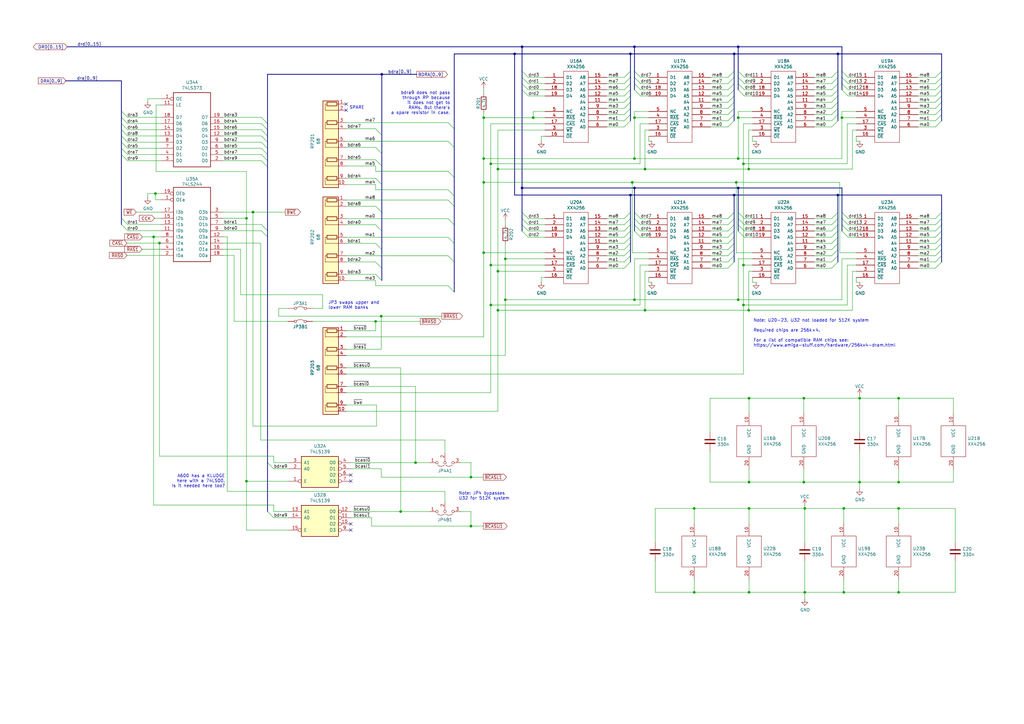
<source format=kicad_sch>
(kicad_sch (version 20250114) (generator "eeschema") (generator_version "9.0")
  (paper "A3")
  (title_block (title "Rämixx500") (date "2021-05-23") (rev "1") (company "SukkoPera") (comment 1 "MEMORY AND...WELL, I USED TO REMEMBER") (comment 4 "Licensed under CC BY-NC-SA 4.0"))
  (text "A600 has a KLUDGE\nhere with a 74LS00.\nIs it needed here too?" (at 92.329 200.152 0) (effects (font (size 1.27 1.27)) (justify right bottom)))
  (text "JP3 swaps upper and\nlower RAM banks" (at 134.62 127 0) (effects (font (size 1.27 1.27)) (justify left bottom)))
  (text "Note: JP4 bypasses\nU32 for 512K system" (at 188.087 205.232 0) (effects (font (size 1.27 1.27)) (justify left bottom)))
  (text "bdra9 does not pass\nthrough RP because\nit does not get to\nRAMs. But there's\na spare resistor in case." (at 184.658 47.117 0) (effects (font (size 1.27 1.27)) (justify right bottom)))
  (text "SPARE" (at 149.479 44.958 0) (effects (font (size 1.27 1.27)) (justify right bottom)))
  (text "Note: U20-23, U32 not loaded for 512K system\n\nRequired chips are 256k×4.\n\nFor a list of compatible RAM chips see:\nhttps://www.amiga-stuff.com/hardware/256kx4-dram.html" (at 308.991 142.494 0) (effects (font (size 1.27 1.27)) (justify left bottom)))
  (junction (at 343.662 80.01))
  (junction (at 204.216 69.342))
  (junction (at 368.554 197.739))
  (junction (at 101.092 89.535))
  (junction (at 204.216 111.252))
  (junction (at 304.927 125.095))
  (junction (at 164.338 209.804))
  (junction (at 307.086 69.342))
  (junction (at 207.264 106.172))
  (junction (at 302.768 122.936))
  (junction (at 352.552 197.739))
  (junction (at 352.552 163.322))
  (junction (at 368.554 163.322))
  (junction (at 62.992 97.155))
  (junction (at 65.405 99.695))
  (junction (at 284.734 242.951))
  (junction (at 198.374 48.26))
  (junction (at 304.927 108.712))
  (junction (at 201.295 67.183))
  (junction (at 260.223 122.936))
  (junction (at 258.572 80.01))
  (junction (at 103.759 86.995))
  (junction (at 193.167 195.707))
  (junction (at 330.073 242.951))
  (junction (at 101.092 197.358))
  (junction (at 260.223 19.177))
  (junction (at 302.768 48.26))
  (junction (at 329.692 163.322))
  (junction (at 368.554 242.951))
  (junction (at 156.337 129.667))
  (junction (at 302.768 19.177))
  (junction (at 301.117 22.098))
  (junction (at 201.295 108.712))
  (junction (at 193.167 215.773))
  (junction (at 343.662 22.098))
  (junction (at 198.374 74.803))
  (junction (at 302.768 77.089))
  (junction (at 260.223 65.024))
  (junction (at 207.264 122.936))
  (junction (at 346.075 208.534))
  (junction (at 329.692 197.739))
  (junction (at 307.213 197.739))
  (junction (at 301.117 80.01))
  (junction (at 307.213 208.534))
  (junction (at 302.006 74.803))
  (junction (at 368.554 208.534))
  (junction (at 307.213 163.322))
  (junction (at 156.591 30.48))
  (junction (at 307.213 242.951))
  (junction (at 330.073 208.534))
  (junction (at 214.122 19.177))
  (junction (at 211.074 22.098))
  (junction (at 201.295 125.095))
  (junction (at 346.075 242.951))
  (junction (at 345.313 48.26))
  (junction (at 264.541 69.342))
  (junction (at 218.694 48.26))
  (junction (at 307.086 127.254))
  (junction (at 304.927 67.183))
  (junction (at 259.334 74.803))
  (junction (at 302.768 65.024))
  (junction (at 214.122 77.089))
  (junction (at 284.734 208.534))
  (junction (at 198.374 103.632))
  (junction (at 258.572 22.098))
  (junction (at 154.051 131.826))
  (junction (at 264.541 127.254))
  (junction (at 204.216 127.254))
  (junction (at 170.434 189.738))
  (junction (at 260.223 77.089))
  (junction (at 63.754 79.375))
  (junction (at 198.374 65.024))
  (junction (at 260.223 48.26))
  (no_connect (at 141.986 42.672))
  (no_connect (at 143.891 214.884))
  (no_connect (at 143.891 217.424))
  (no_connect (at 141.986 45.212))
  (no_connect (at 143.891 197.358))
  (no_connect (at 143.891 194.818))
  (bus_entry (at 256.032 104.902) (size 2.54 -2.54))
  (bus_entry (at 298.577 99.822) (size 2.54 -2.54))
  (bus_entry (at 345.313 31.75) (size 2.54 2.54))
  (bus_entry (at 107.188 65.913) (size 2.54 2.54))
  (bus_entry (at 383.667 52.07) (size 2.54 -2.54))
  (bus_entry (at 49.784 58.293) (size 2.54 2.54))
  (bus_entry (at 345.313 89.662) (size 2.54 2.54))
  (bus_entry (at 214.122 34.29) (size 2.54 2.54))
  (bus_entry (at 183.769 97.282) (size 2.54 2.54))
  (bus_entry (at 154.051 65.532) (size 2.54 2.54))
  (bus_entry (at 341.122 52.07) (size 2.54 -2.54))
  (bus_entry (at 298.577 49.53) (size 2.54 -2.54))
  (bus_entry (at 154.051 99.822) (size 2.54 2.54))
  (bus_entry (at 383.667 92.202) (size 2.54 -2.54))
  (bus_entry (at 298.577 41.91) (size 2.54 -2.54))
  (bus_entry (at 341.122 99.822) (size 2.54 -2.54))
  (bus_entry (at 183.769 50.292) (size 2.54 2.54))
  (bus_entry (at 256.032 41.91) (size 2.54 -2.54))
  (bus_entry (at 256.032 94.742) (size 2.54 -2.54))
  (bus_entry (at 302.768 36.83) (size 2.54 2.54))
  (bus_entry (at 341.122 104.902) (size 2.54 -2.54))
  (bus_entry (at 49.784 45.593) (size 2.54 2.54))
  (bus_entry (at 341.122 97.282) (size 2.54 -2.54))
  (bus_entry (at 383.667 102.362) (size 2.54 -2.54))
  (bus_entry (at 383.667 104.902) (size 2.54 -2.54))
  (bus_entry (at 183.769 77.851) (size 2.54 2.54))
  (bus_entry (at 298.577 39.37) (size 2.54 -2.54))
  (bus_entry (at 260.223 92.202) (size 2.54 2.54))
  (bus_entry (at 345.313 34.29) (size 2.54 2.54))
  (bus_entry (at 383.667 44.45) (size 2.54 -2.54))
  (bus_entry (at 298.577 52.07) (size 2.54 -2.54))
  (bus_entry (at 214.122 87.122) (size 2.54 2.54))
  (bus_entry (at 345.313 36.83) (size 2.54 2.54))
  (bus_entry (at 49.784 92.075) (size 2.54 2.54))
  (bus_entry (at 107.188 53.213) (size 2.54 2.54))
  (bus_entry (at 214.122 29.21) (size 2.54 2.54))
  (bus_entry (at 256.032 102.362) (size 2.54 -2.54))
  (bus_entry (at 345.313 29.21) (size 2.54 2.54))
  (bus_entry (at 107.188 94.615) (size 2.54 2.54))
  (bus_entry (at 383.667 31.75) (size 2.54 -2.54))
  (bus_entry (at 341.122 39.37) (size 2.54 -2.54))
  (bus_entry (at 256.032 97.282) (size 2.54 -2.54))
  (bus_entry (at 383.667 99.822) (size 2.54 -2.54))
  (bus_entry (at 107.188 48.133) (size 2.54 2.54))
  (bus_entry (at 154.051 84.582) (size 2.54 2.54))
  (bus_entry (at 298.577 36.83) (size 2.54 -2.54))
  (bus_entry (at 260.223 29.21) (size 2.54 2.54))
  (bus_entry (at 256.032 89.662) (size 2.54 -2.54))
  (bus_entry (at 256.032 31.75) (size 2.54 -2.54))
  (bus_entry (at 383.667 49.53) (size 2.54 -2.54))
  (bus_entry (at 341.122 92.202) (size 2.54 -2.54))
  (bus_entry (at 183.769 104.902) (size 2.54 2.54))
  (bus_entry (at 302.768 31.75) (size 2.54 2.54))
  (bus_entry (at 214.122 92.202) (size 2.54 2.54))
  (bus_entry (at 183.769 82.042) (size 2.54 2.54))
  (bus_entry (at 183.769 117.221) (size 2.54 2.54))
  (bus_entry (at 341.122 109.982) (size 2.54 -2.54))
  (bus_entry (at 383.667 41.91) (size 2.54 -2.54))
  (bus_entry (at 260.223 94.742) (size 2.54 2.54))
  (bus_entry (at 256.032 92.202) (size 2.54 -2.54))
  (bus_entry (at 298.577 31.75) (size 2.54 -2.54))
  (bus_entry (at 341.122 34.29) (size 2.54 -2.54))
  (bus_entry (at 107.188 92.075) (size 2.54 2.54))
  (bus_entry (at 383.667 36.83) (size 2.54 -2.54))
  (bus_entry (at 183.769 57.912) (size 2.54 2.54))
  (bus_entry (at 260.223 34.29) (size 2.54 2.54))
  (bus_entry (at 183.769 70.231) (size 2.54 2.54))
  (bus_entry (at 383.667 109.982) (size 2.54 -2.54))
  (bus_entry (at 341.122 107.442) (size 2.54 -2.54))
  (bus_entry (at 302.768 94.742) (size 2.54 2.54))
  (bus_entry (at 214.122 36.83) (size 2.54 2.54))
  (bus_entry (at 183.769 89.662) (size 2.54 2.54))
  (bus_entry (at 298.577 46.99) (size 2.54 -2.54))
  (bus_entry (at 345.313 92.202) (size 2.54 2.54))
  (bus_entry (at 49.784 53.213) (size 2.54 2.54))
  (bus_entry (at 302.768 34.29) (size 2.54 2.54))
  (bus_entry (at 109.728 189.738) (size 2.54 2.54))
  (bus_entry (at 49.784 63.373) (size 2.54 2.54))
  (bus_entry (at 302.768 89.662) (size 2.54 2.54))
  (bus_entry (at 383.667 39.37) (size 2.54 -2.54))
  (bus_entry (at 256.032 52.07) (size 2.54 -2.54))
  (bus_entry (at 49.784 55.753) (size 2.54 2.54))
  (bus_entry (at 260.223 89.662) (size 2.54 2.54))
  (bus_entry (at 49.784 89.535) (size 2.54 2.54))
  (bus_entry (at 154.051 60.452) (size 2.54 2.54))
  (bus_entry (at 154.051 52.832) (size 2.54 2.54))
  (bus_entry (at 256.032 46.99) (size 2.54 -2.54))
  (bus_entry (at 298.577 89.662) (size 2.54 -2.54))
  (bus_entry (at 154.051 112.522) (size 2.54 2.54))
  (bus_entry (at 109.728 209.804) (size 2.54 2.54))
  (bus_entry (at 383.667 107.442) (size 2.54 -2.54))
  (bus_entry (at 383.667 46.99) (size 2.54 -2.54))
  (bus_entry (at 256.032 99.822) (size 2.54 -2.54))
  (bus_entry (at 345.313 87.122) (size 2.54 2.54))
  (bus_entry (at 298.577 109.982) (size 2.54 -2.54))
  (bus_entry (at 154.051 92.202) (size 2.54 2.54))
  (bus_entry (at 341.122 36.83) (size 2.54 -2.54))
  (bus_entry (at 341.122 31.75) (size 2.54 -2.54))
  (bus_entry (at 383.667 34.29) (size 2.54 -2.54))
  (bus_entry (at 154.051 107.442) (size 2.54 2.54))
  (bus_entry (at 298.577 104.902) (size 2.54 -2.54))
  (bus_entry (at 107.188 63.373) (size 2.54 2.54))
  (bus_entry (at 383.667 97.282) (size 2.54 -2.54))
  (bus_entry (at 260.223 31.75) (size 2.54 2.54))
  (bus_entry (at 383.667 94.742) (size 2.54 -2.54))
  (bus_entry (at 298.577 102.362) (size 2.54 -2.54))
  (bus_entry (at 107.188 55.753) (size 2.54 2.54))
  (bus_entry (at 341.122 44.45) (size 2.54 -2.54))
  (bus_entry (at 256.032 109.982) (size 2.54 -2.54))
  (bus_entry (at 341.122 46.99) (size 2.54 -2.54))
  (bus_entry (at 341.122 41.91) (size 2.54 -2.54))
  (bus_entry (at 302.768 87.122) (size 2.54 2.54))
  (bus_entry (at 107.188 58.293) (size 2.54 2.54))
  (bus_entry (at 256.032 44.45) (size 2.54 -2.54))
  (bus_entry (at 341.122 102.362) (size 2.54 -2.54))
  (bus_entry (at 260.223 87.122) (size 2.54 2.54))
  (bus_entry (at 345.313 94.742) (size 2.54 2.54))
  (bus_entry (at 256.032 107.442) (size 2.54 -2.54))
  (bus_entry (at 49.784 50.673) (size 2.54 2.54))
  (bus_entry (at 341.122 94.742) (size 2.54 -2.54))
  (bus_entry (at 298.577 107.442) (size 2.54 -2.54))
  (bus_entry (at 256.032 34.29) (size 2.54 -2.54))
  (bus_entry (at 107.188 60.833) (size 2.54 2.54))
  (bus_entry (at 383.667 89.662) (size 2.54 -2.54))
  (bus_entry (at 256.032 36.83) (size 2.54 -2.54))
  (bus_entry (at 214.122 94.742) (size 2.54 2.54))
  (bus_entry (at 341.122 89.662) (size 2.54 -2.54))
  (bus_entry (at 256.032 39.37) (size 2.54 -2.54))
  (bus_entry (at 341.122 49.53) (size 2.54 -2.54))
  (bus_entry (at 214.122 31.75) (size 2.54 2.54))
  (bus_entry (at 302.768 29.21) (size 2.54 2.54))
  (bus_entry (at 154.051 73.152) (size 2.54 2.54))
  (bus_entry (at 298.577 34.29) (size 2.54 -2.54))
  (bus_entry (at 298.577 44.45) (size 2.54 -2.54))
  (bus_entry (at 298.577 94.742) (size 2.54 -2.54))
  (bus_entry (at 302.768 92.202) (size 2.54 2.54))
  (bus_entry (at 49.784 60.833) (size 2.54 2.54))
  (bus_entry (at 260.223 36.83) (size 2.54 2.54))
  (bus_entry (at 49.784 48.133) (size 2.54 2.54))
  (bus_entry (at 256.032 49.53) (size 2.54 -2.54))
  (bus_entry (at 214.122 89.662) (size 2.54 2.54))
  (bus_entry (at 298.577 92.202) (size 2.54 -2.54))
  (bus_entry (at 298.577 97.282) (size 2.54 -2.54))
  (bus_entry (at 107.188 50.673) (size 2.54 2.54))
  (wire (pts (xy 106.934 180.467) (xy 182.499 180.467)))
  (wire (pts (xy 376.555 102.362) (xy 383.667 102.362)))
  (wire (pts (xy 164.338 150.876) (xy 164.338 209.804)))
  (wire (pts (xy 262.763 89.662) (xy 266.065 89.662)))
  (wire (pts (xy 248.92 52.07) (xy 256.032 52.07)))
  (bus (pts (xy 214.122 77.089) (xy 260.223 77.089)))
  (wire (pts (xy 91.44 65.913) (xy 107.188 65.913)))
  (wire (pts (xy 114.3 126.492) (xy 114.3 129.667)))
  (wire (pts (xy 193.167 189.738) (xy 193.167 195.707)))
  (wire (pts (xy 266.065 50.8) (xy 262.509 50.8)))
  (bus (pts (xy 301.117 102.362) (xy 301.117 104.902)))
  (bus (pts (xy 343.662 46.99) (xy 343.662 49.53)))
  (wire (pts (xy 141.986 158.496) (xy 170.434 158.496)))
  (bus (pts (xy 386.207 39.37) (xy 386.207 41.91)))
  (wire (pts (xy 347.853 92.202) (xy 351.155 92.202)))
  (wire (pts (xy 352.552 184.912) (xy 352.552 197.739)))
  (wire (pts (xy 154.051 117.221) (xy 183.769 117.221)))
  (wire (pts (xy 118.491 212.344) (xy 112.268 212.344)))
  (wire (pts (xy 284.734 208.534) (xy 307.213 208.534)))
  (wire (pts (xy 223.52 45.72) (xy 218.694 45.72)))
  (wire (pts (xy 132.334 120.904) (xy 132.334 126.492)))
  (wire (pts (xy 304.927 50.8) (xy 304.927 67.183)))
  (wire (pts (xy 351.155 53.34) (xy 349.631 53.34)))
  (bus (pts (xy 156.591 68.072) (xy 156.591 75.692)))
  (wire (pts (xy 103.759 86.995) (xy 103.759 174.752)))
  (wire (pts (xy 291.211 197.739) (xy 307.213 197.739)))
  (bus (pts (xy 386.207 104.902) (xy 386.207 107.442)))
  (wire (pts (xy 334.01 34.29) (xy 341.122 34.29)))
  (wire (pts (xy 334.01 94.742) (xy 341.122 94.742)))
  (wire (pts (xy 291.465 52.07) (xy 298.577 52.07)))
  (wire (pts (xy 221.996 55.88) (xy 221.996 57.912)))
  (wire (pts (xy 141.986 145.796) (xy 207.264 145.796)))
  (wire (pts (xy 248.92 49.53) (xy 256.032 49.53)))
  (bus (pts (xy 258.572 92.202) (xy 258.572 94.742)))
  (wire (pts (xy 154.051 131.826) (xy 154.051 135.636)))
  (bus (pts (xy 258.572 39.37) (xy 258.572 41.91)))
  (bus (pts (xy 386.207 89.662) (xy 386.207 92.202)))
  (bus (pts (xy 345.313 77.089) (xy 345.313 87.122)))
  (wire (pts (xy 391.033 163.322) (xy 391.033 169.545)))
  (wire (pts (xy 307.086 69.342) (xy 264.541 69.342)))
  (wire (pts (xy 118.491 189.738) (xy 112.268 189.738)))
  (bus (pts (xy 345.313 19.177) (xy 345.313 29.21)))
  (wire (pts (xy 141.986 112.522) (xy 154.051 112.522)))
  (wire (pts (xy 334.01 104.902) (xy 341.122 104.902)))
  (bus (pts (xy 343.662 29.21) (xy 343.662 31.75)))
  (wire (pts (xy 154.432 166.116) (xy 141.986 166.116)))
  (bus (pts (xy 343.662 44.45) (xy 343.662 46.99)))
  (bus (pts (xy 345.313 34.29) (xy 345.313 36.83)))
  (wire (pts (xy 291.465 104.902) (xy 298.577 104.902)))
  (wire (pts (xy 248.92 31.75) (xy 256.032 31.75)))
  (wire (pts (xy 141.986 75.692) (xy 154.051 75.692)))
  (wire (pts (xy 103.759 174.752) (xy 154.432 174.752)))
  (bus (pts (xy 302.768 19.177) (xy 302.768 29.21)))
  (wire (pts (xy 262.763 97.282) (xy 266.065 97.282)))
  (wire (pts (xy 118.11 131.826) (xy 96.012 131.826)))
  (wire (pts (xy 201.295 50.8) (xy 201.295 67.183)))
  (wire (pts (xy 198.374 38.481) (xy 198.374 36.068)))
  (wire (pts (xy 91.44 89.535) (xy 101.092 89.535)))
  (wire (pts (xy 154.432 174.752) (xy 154.432 166.116)))
  (wire (pts (xy 284.734 214.757) (xy 284.734 208.534)))
  (wire (pts (xy 334.01 46.99) (xy 341.122 46.99)))
  (wire (pts (xy 66.04 65.913) (xy 52.324 65.913)))
  (wire (pts (xy 305.308 34.29) (xy 308.61 34.29)))
  (wire (pts (xy 207.264 122.936) (xy 207.264 106.172)))
  (wire (pts (xy 347.472 125.095) (xy 304.927 125.095)))
  (wire (pts (xy 391.033 197.739) (xy 391.033 192.405)))
  (bus (pts (xy 302.768 87.122) (xy 302.768 89.662)))
  (bus (pts (xy 214.122 36.83) (xy 214.122 77.089)))
  (bus (pts (xy 260.223 34.29) (xy 260.223 36.83)))
  (bus (pts (xy 345.313 29.21) (xy 345.313 31.75)))
  (wire (pts (xy 154.051 70.231) (xy 183.769 70.231)))
  (wire (pts (xy 248.92 104.902) (xy 256.032 104.902)))
  (bus (pts (xy 49.784 53.213) (xy 49.784 55.753)))
  (bus (pts (xy 302.768 34.29) (xy 302.768 36.83)))
  (wire (pts (xy 66.04 63.373) (xy 52.324 63.373)))
  (wire (pts (xy 268.732 208.534) (xy 284.734 208.534)))
  (wire (pts (xy 302.768 122.936) (xy 345.313 122.936)))
  (wire (pts (xy 305.308 31.75) (xy 308.61 31.75)))
  (bus (pts (xy 258.572 34.29) (xy 258.572 36.83)))
  (wire (pts (xy 62.992 97.155) (xy 62.992 207.137)))
  (bus (pts (xy 301.117 87.122) (xy 301.117 89.662)))
  (wire (pts (xy 334.01 99.822) (xy 341.122 99.822)))
  (wire (pts (xy 112.268 209.804) (xy 112.268 207.137)))
  (wire (pts (xy 308.61 113.792) (xy 308.61 115.824)))
  (wire (pts (xy 376.555 36.83) (xy 383.667 36.83)))
  (wire (pts (xy 376.555 39.37) (xy 383.667 39.37)))
  (wire (pts (xy 141.986 92.202) (xy 154.051 92.202)))
  (wire (pts (xy 154.051 77.851) (xy 183.769 77.851)))
  (wire (pts (xy 118.11 126.492) (xy 114.3 126.492)))
  (wire (pts (xy 154.051 75.692) (xy 154.051 77.851)))
  (wire (pts (xy 368.554 242.951) (xy 368.554 237.617)))
  (wire (pts (xy 91.44 94.615) (xy 107.188 94.615)))
  (wire (pts (xy 347.472 108.712) (xy 347.472 125.095)))
  (wire (pts (xy 91.44 53.213) (xy 107.188 53.213)))
  (wire (pts (xy 351.155 45.72) (xy 345.313 45.72)))
  (wire (pts (xy 62.992 207.137) (xy 112.268 207.137)))
  (wire (pts (xy 248.92 107.442) (xy 256.032 107.442)))
  (wire (pts (xy 334.01 36.83) (xy 341.122 36.83)))
  (wire (pts (xy 118.491 197.358) (xy 101.092 197.358)))
  (bus (pts (xy 260.223 31.75) (xy 260.223 34.29)))
  (wire (pts (xy 291.211 184.912) (xy 291.211 197.739)))
  (bus (pts (xy 109.728 189.738) (xy 109.728 209.804)))
  (wire (pts (xy 307.213 214.757) (xy 307.213 208.534)))
  (bus (pts (xy 386.207 34.29) (xy 386.207 36.83)))
  (wire (pts (xy 291.465 39.37) (xy 298.577 39.37)))
  (wire (pts (xy 264.541 111.252) (xy 264.541 127.254)))
  (wire (pts (xy 223.52 103.632) (xy 198.374 103.632)))
  (bus (pts (xy 258.572 80.01) (xy 258.572 87.122)))
  (bus (pts (xy 258.572 22.098) (xy 258.572 29.21)))
  (bus (pts (xy 109.728 94.615) (xy 109.728 97.155)))
  (wire (pts (xy 207.264 145.796) (xy 207.264 122.936)))
  (wire (pts (xy 204.216 168.656) (xy 204.216 127.254)))
  (wire (pts (xy 248.92 97.282) (xy 256.032 97.282)))
  (wire (pts (xy 304.927 125.095) (xy 304.927 153.416)))
  (wire (pts (xy 66.04 43.053) (xy 64.008 43.053)))
  (wire (pts (xy 248.92 36.83) (xy 256.032 36.83)))
  (wire (pts (xy 248.92 39.37) (xy 256.032 39.37)))
  (wire (pts (xy 91.44 86.995) (xy 103.759 86.995)))
  (bus (pts (xy 258.572 89.662) (xy 258.572 92.202)))
  (wire (pts (xy 66.04 50.673) (xy 52.324 50.673)))
  (wire (pts (xy 143.891 212.344) (xy 152.4 212.344)))
  (bus (pts (xy 301.117 31.75) (xy 301.117 34.29)))
  (wire (pts (xy 308.61 108.712) (xy 304.927 108.712)))
  (wire (pts (xy 376.555 97.282) (xy 383.667 97.282)))
  (wire (pts (xy 347.472 50.8) (xy 347.472 67.183)))
  (wire (pts (xy 307.213 237.617) (xy 307.213 242.951)))
  (wire (pts (xy 143.891 192.278) (xy 156.337 192.278)))
  (wire (pts (xy 329.692 163.322) (xy 352.552 163.322)))
  (wire (pts (xy 329.692 197.739) (xy 352.552 197.739)))
  (wire (pts (xy 141.986 107.442) (xy 154.051 107.442)))
  (wire (pts (xy 307.213 208.534) (xy 330.073 208.534)))
  (bus (pts (xy 49.784 55.753) (xy 49.784 58.293)))
  (bus (pts (xy 109.728 63.373) (xy 109.728 65.913)))
  (wire (pts (xy 141.986 143.256) (xy 156.337 143.256)))
  (wire (pts (xy 91.44 92.075) (xy 107.188 92.075)))
  (wire (pts (xy 188.849 209.804) (xy 193.167 209.804)))
  (wire (pts (xy 182.499 201.549) (xy 182.499 205.994)))
  (wire (pts (xy 93.218 201.549) (xy 182.499 201.549)))
  (wire (pts (xy 96.012 131.826) (xy 96.012 104.775)))
  (bus (pts (xy 301.117 41.91) (xy 301.117 44.45)))
  (wire (pts (xy 334.01 41.91) (xy 341.122 41.91)))
  (wire (pts (xy 141.986 68.072) (xy 154.051 68.072)))
  (wire (pts (xy 207.264 90.043) (xy 207.264 92.329)))
  (wire (pts (xy 291.465 49.53) (xy 298.577 49.53)))
  (bus (pts (xy 156.591 30.48) (xy 156.591 55.372)))
  (wire (pts (xy 221.996 113.792) (xy 221.996 115.824)))
  (bus (pts (xy 186.309 99.822) (xy 186.309 107.442)))
  (bus (pts (xy 214.122 31.75) (xy 214.122 34.29)))
  (wire (pts (xy 143.891 189.738) (xy 170.434 189.738)))
  (bus (pts (xy 301.117 46.99) (xy 301.117 49.53)))
  (wire (pts (xy 218.694 45.72) (xy 218.694 48.26)))
  (wire (pts (xy 141.986 153.416) (xy 304.927 153.416)))
  (bus (pts (xy 156.591 109.982) (xy 156.591 115.062)))
  (wire (pts (xy 284.734 237.617) (xy 284.734 242.951)))
  (bus (pts (xy 343.662 102.362) (xy 343.662 104.902)))
  (bus (pts (xy 186.309 22.098) (xy 186.309 52.832)))
  (wire (pts (xy 154.051 115.062) (xy 154.051 117.221)))
  (bus (pts (xy 386.207 99.822) (xy 386.207 102.362)))
  (bus (pts (xy 186.309 72.771) (xy 186.309 80.391)))
  (wire (pts (xy 308.61 48.26) (xy 302.768 48.26)))
  (bus (pts (xy 301.117 89.662) (xy 301.117 92.202)))
  (wire (pts (xy 376.555 52.07) (xy 383.667 52.07)))
  (wire (pts (xy 262.763 36.83) (xy 266.065 36.83)))
  (wire (pts (xy 60.579 79.375) (xy 63.754 79.375)))
  (wire (pts (xy 66.04 53.213) (xy 52.324 53.213)))
  (wire (pts (xy 334.01 89.662) (xy 341.122 89.662)))
  (wire (pts (xy 262.509 67.183) (xy 201.295 67.183)))
  (wire (pts (xy 266.065 57.912) (xy 267.335 57.912)))
  (wire (pts (xy 152.4 215.773) (xy 193.167 215.773)))
  (bus (pts (xy 343.662 104.902) (xy 343.662 107.442)))
  (wire (pts (xy 268.732 222.504) (xy 268.732 208.534)))
  (wire (pts (xy 351.155 111.252) (xy 349.631 111.252)))
  (bus (pts (xy 156.591 94.742) (xy 156.591 102.362)))
  (wire (pts (xy 204.216 69.342) (xy 204.216 53.34)))
  (wire (pts (xy 118.491 192.278) (xy 112.268 192.278)))
  (wire (pts (xy 330.073 245.745) (xy 330.073 242.951)))
  (wire (pts (xy 266.065 113.792) (xy 266.065 115.824)))
  (wire (pts (xy 302.006 74.803) (xy 302.006 103.632)))
  (bus (pts (xy 343.662 31.75) (xy 343.662 34.29)))
  (wire (pts (xy 376.555 49.53) (xy 383.667 49.53)))
  (wire (pts (xy 291.465 44.45) (xy 298.577 44.45)))
  (bus (pts (xy 109.728 97.155) (xy 109.728 189.738)))
  (wire (pts (xy 65.405 99.695) (xy 52.07 99.695)))
  (bus (pts (xy 343.662 97.282) (xy 343.662 99.822)))
  (bus (pts (xy 109.728 55.753) (xy 109.728 58.293)))
  (bus (pts (xy 49.784 63.373) (xy 49.784 89.535)))
  (bus (pts (xy 214.122 34.29) (xy 214.122 36.83)))
  (wire (pts (xy 156.337 192.278) (xy 156.337 195.707)))
  (wire (pts (xy 101.092 197.358) (xy 101.092 217.424)))
  (wire (pts (xy 63.754 79.375) (xy 66.04 79.375)))
  (bus (pts (xy 211.074 80.01) (xy 211.074 22.098)))
  (bus (pts (xy 386.207 22.098) (xy 386.207 29.21)))
  (wire (pts (xy 352.679 57.912) (xy 351.155 57.912)))
  (bus (pts (xy 386.207 31.75) (xy 386.207 34.29)))
  (wire (pts (xy 198.374 65.024) (xy 260.223 65.024)))
  (bus (pts (xy 386.207 46.99) (xy 386.207 49.53)))
  (wire (pts (xy 391.795 230.124) (xy 391.795 242.951)))
  (wire (pts (xy 66.04 86.995) (xy 55.88 86.995)))
  (wire (pts (xy 308.61 111.252) (xy 307.086 111.252)))
  (bus (pts (xy 258.572 97.282) (xy 258.572 99.822)))
  (wire (pts (xy 368.554 208.534) (xy 391.795 208.534)))
  (wire (pts (xy 198.374 74.803) (xy 198.374 103.632)))
  (wire (pts (xy 330.073 208.534) (xy 346.075 208.534)))
  (wire (pts (xy 308.61 45.72) (xy 302.768 45.72)))
  (wire (pts (xy 64.008 43.053) (xy 64.008 70.358)))
  (wire (pts (xy 351.155 108.712) (xy 347.472 108.712)))
  (wire (pts (xy 193.167 209.804) (xy 193.167 215.773)))
  (wire (pts (xy 98.679 120.904) (xy 132.334 120.904)))
  (wire (pts (xy 262.509 50.8) (xy 262.509 67.183)))
  (wire (pts (xy 308.61 106.172) (xy 302.768 106.172)))
  (wire (pts (xy 347.853 97.282) (xy 351.155 97.282)))
  (bus (pts (xy 343.662 87.122) (xy 343.662 89.662)))
  (wire (pts (xy 201.295 67.183) (xy 201.295 108.712)))
  (wire (pts (xy 346.075 242.951) (xy 368.554 242.951)))
  (bus (pts (xy 345.313 92.202) (xy 345.313 94.742)))
  (bus (pts (xy 49.784 45.593) (xy 49.784 48.133)))
  (wire (pts (xy 141.986 89.662) (xy 183.769 89.662)))
  (bus (pts (xy 214.122 19.177) (xy 214.122 29.21)))
  (wire (pts (xy 141.986 104.902) (xy 183.769 104.902)))
  (bus (pts (xy 301.117 92.202) (xy 301.117 94.742)))
  (bus (pts (xy 343.662 34.29) (xy 343.662 36.83)))
  (wire (pts (xy 248.92 44.45) (xy 256.032 44.45)))
  (wire (pts (xy 91.44 48.133) (xy 107.188 48.133)))
  (wire (pts (xy 351.155 115.824) (xy 351.155 113.792)))
  (wire (pts (xy 347.853 36.83) (xy 351.155 36.83)))
  (wire (pts (xy 223.52 50.8) (xy 201.295 50.8)))
  (bus (pts (xy 386.207 92.202) (xy 386.207 94.742)))
  (bus (pts (xy 260.223 92.202) (xy 260.223 94.742)))
  (bus (pts (xy 258.572 104.902) (xy 258.572 107.442)))
  (wire (pts (xy 143.891 209.804) (xy 164.338 209.804)))
  (wire (pts (xy 368.554 169.545) (xy 368.554 163.322)))
  (wire (pts (xy 302.006 74.803) (xy 344.424 74.803)))
  (wire (pts (xy 91.44 97.155) (xy 93.218 97.155)))
  (wire (pts (xy 376.555 89.662) (xy 383.667 89.662)))
  (bus (pts (xy 301.117 80.01) (xy 301.117 87.122)))
  (bus (pts (xy 109.728 50.673) (xy 109.728 53.213)))
  (bus (pts (xy 109.728 30.48) (xy 109.728 50.673)))
  (bus (pts (xy 386.207 87.122) (xy 386.207 89.662)))
  (wire (pts (xy 52.324 92.075) (xy 66.04 92.075)))
  (wire (pts (xy 330.073 207.391) (xy 330.073 208.534)))
  (wire (pts (xy 118.491 209.804) (xy 112.268 209.804)))
  (wire (pts (xy 60.579 40.513) (xy 66.04 40.513)))
  (bus (pts (xy 343.662 22.098) (xy 386.207 22.098)))
  (wire (pts (xy 349.631 53.34) (xy 349.631 69.342)))
  (wire (pts (xy 96.012 104.775) (xy 91.44 104.775)))
  (wire (pts (xy 198.374 103.632) (xy 198.374 138.176)))
  (wire (pts (xy 376.555 44.45) (xy 383.667 44.45)))
  (wire (pts (xy 223.52 94.742) (xy 216.662 94.742)))
  (wire (pts (xy 132.334 126.492) (xy 128.27 126.492)))
  (wire (pts (xy 91.44 58.293) (xy 107.188 58.293)))
  (wire (pts (xy 334.01 109.982) (xy 341.122 109.982)))
  (wire (pts (xy 307.086 53.34) (xy 307.086 69.342)))
  (wire (pts (xy 376.555 109.982) (xy 383.667 109.982)))
  (wire (pts (xy 141.986 73.152) (xy 154.051 73.152)))
  (wire (pts (xy 223.52 34.29) (xy 216.662 34.29)))
  (wire (pts (xy 223.52 39.37) (xy 216.662 39.37)))
  (bus (pts (xy 258.572 46.99) (xy 258.572 49.53)))
  (bus (pts (xy 109.728 60.833) (xy 109.728 63.373)))
  (wire (pts (xy 260.223 48.26) (xy 260.223 65.024)))
  (bus (pts (xy 386.207 97.282) (xy 386.207 99.822)))
  (wire (pts (xy 349.631 69.342) (xy 307.086 69.342)))
  (bus (pts (xy 386.207 36.83) (xy 386.207 39.37)))
  (wire (pts (xy 351.155 106.172) (xy 345.313 106.172)))
  (wire (pts (xy 198.374 46.101) (xy 198.374 48.26)))
  (wire (pts (xy 376.555 31.75) (xy 383.667 31.75)))
  (wire (pts (xy 334.01 107.442) (xy 341.122 107.442)))
  (wire (pts (xy 52.324 94.615) (xy 66.04 94.615)))
  (wire (pts (xy 128.27 131.826) (xy 154.051 131.826)))
  (bus (pts (xy 186.309 92.202) (xy 186.309 99.822)))
  (wire (pts (xy 156.337 195.707) (xy 193.167 195.707)))
  (wire (pts (xy 345.313 106.172) (xy 345.313 122.936)))
  (wire (pts (xy 101.092 217.424) (xy 118.491 217.424)))
  (wire (pts (xy 291.465 97.282) (xy 298.577 97.282)))
  (bus (pts (xy 258.572 87.122) (xy 258.572 89.662)))
  (wire (pts (xy 260.223 122.936) (xy 302.768 122.936)))
  (bus (pts (xy 301.117 97.282) (xy 301.117 99.822)))
  (wire (pts (xy 223.52 89.662) (xy 216.662 89.662)))
  (wire (pts (xy 63.754 81.915) (xy 63.754 79.375)))
  (wire (pts (xy 368.554 197.739) (xy 391.033 197.739)))
  (wire (pts (xy 60.579 81.153) (xy 60.579 79.375)))
  (wire (pts (xy 260.223 106.172) (xy 260.223 122.936)))
  (bus (pts (xy 49.784 60.833) (xy 49.784 63.373)))
  (wire (pts (xy 307.213 242.951) (xy 330.073 242.951)))
  (wire (pts (xy 330.073 222.504) (xy 330.073 208.534)))
  (bus (pts (xy 214.122 77.089) (xy 214.122 87.122)))
  (wire (pts (xy 305.308 89.662) (xy 308.61 89.662)))
  (bus (pts (xy 302.768 89.662) (xy 302.768 92.202)))
  (wire (pts (xy 334.01 92.202) (xy 341.122 92.202)))
  (bus (pts (xy 302.768 92.202) (xy 302.768 94.742)))
  (wire (pts (xy 266.065 48.26) (xy 260.223 48.26)))
  (wire (pts (xy 141.986 99.822) (xy 154.051 99.822)))
  (bus (pts (xy 260.223 29.21) (xy 260.223 31.75)))
  (wire (pts (xy 334.01 102.362) (xy 341.122 102.362)))
  (wire (pts (xy 223.52 36.83) (xy 216.662 36.83)))
  (bus (pts (xy 49.784 33.147) (xy 26.924 33.147)))
  (bus (pts (xy 49.784 58.293) (xy 49.784 60.833)))
  (bus (pts (xy 49.784 50.673) (xy 49.784 53.213)))
  (wire (pts (xy 376.555 92.202) (xy 383.667 92.202)))
  (wire (pts (xy 223.52 48.26) (xy 218.694 48.26)))
  (wire (pts (xy 351.155 57.912) (xy 351.155 55.88)))
  (wire (pts (xy 141.986 50.292) (xy 183.769 50.292)))
  (wire (pts (xy 308.61 57.912) (xy 310.134 57.912)))
  (wire (pts (xy 141.986 52.832) (xy 154.051 52.832)))
  (wire (pts (xy 307.086 127.254) (xy 264.541 127.254)))
  (wire (pts (xy 264.541 69.342) (xy 204.216 69.342)))
  (wire (pts (xy 351.155 50.8) (xy 347.472 50.8)))
  (wire (pts (xy 66.04 99.695) (xy 65.405 99.695)))
  (wire (pts (xy 346.075 237.617) (xy 346.075 242.951)))
  (wire (pts (xy 262.763 39.37) (xy 266.065 39.37)))
  (wire (pts (xy 352.552 163.322) (xy 368.554 163.322)))
  (wire (pts (xy 330.073 230.124) (xy 330.073 242.951)))
  (bus (pts (xy 214.122 19.177) (xy 27.559 19.177)))
  (wire (pts (xy 302.768 45.72) (xy 302.768 48.26)))
  (wire (pts (xy 60.579 41.783) (xy 60.579 40.513)))
  (bus (pts (xy 211.074 22.098) (xy 258.572 22.098)))
  (wire (pts (xy 346.075 214.757) (xy 346.075 208.534)))
  (wire (pts (xy 66.04 102.235) (xy 58.293 102.235)))
  (wire (pts (xy 201.295 108.712) (xy 201.295 125.095)))
  (wire (pts (xy 352.552 177.292) (xy 352.552 163.322)))
  (wire (pts (xy 291.465 34.29) (xy 298.577 34.29)))
  (wire (pts (xy 223.52 92.202) (xy 216.662 92.202)))
  (wire (pts (xy 91.44 63.373) (xy 107.188 63.373)))
  (wire (pts (xy 302.768 106.172) (xy 302.768 122.936)))
  (bus (pts (xy 386.207 44.45) (xy 386.207 46.99)))
  (wire (pts (xy 262.763 34.29) (xy 266.065 34.29)))
  (bus (pts (xy 156.591 102.362) (xy 156.591 109.982)))
  (wire (pts (xy 223.52 31.75) (xy 216.662 31.75)))
  (wire (pts (xy 345.313 48.26) (xy 345.313 65.024)))
  (wire (pts (xy 347.472 67.183) (xy 304.927 67.183)))
  (wire (pts (xy 291.465 41.91) (xy 298.577 41.91)))
  (wire (pts (xy 93.218 97.155) (xy 93.218 201.549)))
  (wire (pts (xy 141.986 168.656) (xy 204.216 168.656)))
  (wire (pts (xy 248.92 109.982) (xy 256.032 109.982)))
  (bus (pts (xy 214.122 29.21) (xy 214.122 31.75)))
  (wire (pts (xy 152.4 212.344) (xy 152.4 215.773)))
  (wire (pts (xy 347.853 94.742) (xy 351.155 94.742)))
  (wire (pts (xy 141.986 82.042) (xy 183.769 82.042)))
  (wire (pts (xy 141.986 65.532) (xy 154.051 65.532)))
  (wire (pts (xy 291.465 36.83) (xy 298.577 36.83)))
  (wire (pts (xy 141.986 161.036) (xy 201.295 161.036)))
  (wire (pts (xy 347.853 39.37) (xy 351.155 39.37)))
  (wire (pts (xy 307.213 197.739) (xy 329.692 197.739)))
  (wire (pts (xy 170.434 189.738) (xy 176.149 189.738)))
  (wire (pts (xy 259.334 103.632) (xy 259.334 74.803)))
  (bus (pts (xy 258.572 44.45) (xy 258.572 46.99)))
  (wire (pts (xy 260.223 65.024) (xy 302.768 65.024)))
  (wire (pts (xy 198.374 48.26) (xy 198.374 65.024)))
  (wire (pts (xy 264.541 127.254) (xy 204.216 127.254)))
  (wire (pts (xy 307.213 169.545) (xy 307.213 163.322)))
  (bus (pts (xy 343.662 89.662) (xy 343.662 92.202)))
  (wire (pts (xy 204.216 111.252) (xy 223.52 111.252)))
  (wire (pts (xy 112.268 189.738) (xy 112.268 187.071)))
  (wire (pts (xy 207.264 99.949) (xy 207.264 106.172)))
  (bus (pts (xy 302.768 19.177) (xy 260.223 19.177)))
  (wire (pts (xy 248.92 102.362) (xy 256.032 102.362)))
  (wire (pts (xy 349.631 127.254) (xy 307.086 127.254)))
  (wire (pts (xy 305.308 36.83) (xy 308.61 36.83)))
  (wire (pts (xy 308.61 53.34) (xy 307.086 53.34)))
  (wire (pts (xy 188.849 189.738) (xy 193.167 189.738)))
  (bus (pts (xy 343.662 80.01) (xy 386.207 80.01)))
  (wire (pts (xy 248.92 41.91) (xy 256.032 41.91)))
  (wire (pts (xy 198.374 65.024) (xy 198.374 74.803)))
  (wire (pts (xy 204.216 53.34) (xy 223.52 53.34)))
  (wire (pts (xy 218.694 48.26) (xy 198.374 48.26)))
  (wire (pts (xy 308.61 115.824) (xy 310.134 115.824)))
  (bus (pts (xy 109.728 65.913) (xy 109.728 68.453)))
  (wire (pts (xy 291.465 31.75) (xy 298.577 31.75)))
  (wire (pts (xy 154.051 131.826) (xy 172.339 131.826)))
  (wire (pts (xy 66.04 89.535) (xy 63.373 89.535)))
  (wire (pts (xy 266.065 106.172) (xy 260.223 106.172)))
  (wire (pts (xy 334.01 31.75) (xy 341.122 31.75)))
  (wire (pts (xy 334.01 97.282) (xy 341.122 97.282)))
  (wire (pts (xy 266.065 111.252) (xy 264.541 111.252)))
  (wire (pts (xy 66.04 81.915) (xy 63.754 81.915)))
  (bus (pts (xy 49.784 33.147) (xy 49.784 45.593)))
  (wire (pts (xy 223.52 108.712) (xy 201.295 108.712)))
  (wire (pts (xy 204.216 111.252) (xy 204.216 69.342)))
  (wire (pts (xy 347.853 31.75) (xy 351.155 31.75)))
  (wire (pts (xy 248.92 99.822) (xy 256.032 99.822)))
  (wire (pts (xy 103.759 86.995) (xy 116.967 86.995)))
  (bus (pts (xy 156.591 62.992) (xy 156.591 68.072)))
  (wire (pts (xy 201.295 125.095) (xy 201.295 161.036)))
  (wire (pts (xy 182.499 180.467) (xy 182.499 185.928)))
  (wire (pts (xy 376.555 41.91) (xy 383.667 41.91)))
  (bus (pts (xy 260.223 19.177) (xy 260.223 29.21)))
  (wire (pts (xy 262.763 94.742) (xy 266.065 94.742)))
  (bus (pts (xy 260.223 77.089) (xy 302.768 77.089)))
  (wire (pts (xy 307.213 192.405) (xy 307.213 197.739)))
  (bus (pts (xy 301.117 22.098) (xy 301.117 29.21)))
  (wire (pts (xy 66.04 60.833) (xy 52.324 60.833)))
  (wire (pts (xy 291.211 163.322) (xy 307.213 163.322)))
  (wire (pts (xy 141.986 115.062) (xy 154.051 115.062)))
  (bus (pts (xy 109.728 30.48) (xy 156.591 30.48)))
  (wire (pts (xy 62.992 97.155) (xy 58.42 97.155)))
  (bus (pts (xy 343.662 22.098) (xy 301.117 22.098)))
  (wire (pts (xy 329.692 192.405) (xy 329.692 197.739)))
  (bus (pts (xy 156.591 75.692) (xy 156.591 87.122)))
  (bus (pts (xy 156.591 55.372) (xy 156.591 62.992)))
  (wire (pts (xy 262.763 31.75) (xy 266.065 31.75)))
  (wire (pts (xy 248.92 92.202) (xy 256.032 92.202)))
  (bus (pts (xy 211.074 22.098) (xy 186.309 22.098)))
  (wire (pts (xy 66.04 104.775) (xy 52.07 104.775)))
  (wire (pts (xy 66.04 58.293) (xy 52.324 58.293)))
  (bus (pts (xy 258.572 99.822) (xy 258.572 102.362)))
  (bus (pts (xy 109.728 68.453) (xy 109.728 94.615)))
  (wire (pts (xy 305.308 97.282) (xy 308.61 97.282)))
  (wire (pts (xy 114.3 129.667) (xy 156.337 129.667)))
  (wire (pts (xy 346.075 208.534) (xy 368.554 208.534)))
  (bus (pts (xy 386.207 102.362) (xy 386.207 104.902)))
  (bus (pts (xy 301.117 39.37) (xy 301.117 41.91)))
  (bus (pts (xy 186.309 80.391) (xy 186.309 84.582)))
  (wire (pts (xy 154.051 68.072) (xy 154.051 70.231)))
  (bus (pts (xy 258.572 36.83) (xy 258.572 39.37)))
  (wire (pts (xy 334.01 49.53) (xy 341.122 49.53)))
  (bus (pts (xy 301.117 80.01) (xy 258.572 80.01)))
  (wire (pts (xy 308.61 50.8) (xy 304.927 50.8)))
  (wire (pts (xy 345.313 45.72) (xy 345.313 48.26)))
  (wire (pts (xy 376.555 104.902) (xy 383.667 104.902)))
  (wire (pts (xy 207.264 106.172) (xy 223.52 106.172)))
  (bus (pts (xy 186.309 52.832) (xy 186.309 60.452)))
  (bus (pts (xy 260.223 19.177) (xy 214.122 19.177)))
  (wire (pts (xy 141.986 60.452) (xy 154.051 60.452)))
  (wire (pts (xy 266.065 53.34) (xy 264.541 53.34)))
  (bus (pts (xy 343.662 80.01) (xy 301.117 80.01)))
  (wire (pts (xy 266.065 115.824) (xy 267.335 115.824)))
  (bus (pts (xy 301.117 29.21) (xy 301.117 31.75)))
  (wire (pts (xy 376.555 99.822) (xy 383.667 99.822)))
  (wire (pts (xy 302.768 65.024) (xy 345.313 65.024)))
  (wire (pts (xy 141.986 84.582) (xy 154.051 84.582)))
  (wire (pts (xy 170.434 158.496) (xy 170.434 189.738)))
  (wire (pts (xy 248.92 94.742) (xy 256.032 94.742)))
  (wire (pts (xy 291.465 102.362) (xy 298.577 102.362)))
  (wire (pts (xy 352.552 197.739) (xy 368.554 197.739)))
  (wire (pts (xy 351.155 48.26) (xy 345.313 48.26)))
  (wire (pts (xy 266.065 103.632) (xy 259.334 103.632)))
  (wire (pts (xy 262.509 108.712) (xy 262.509 125.095)))
  (bus (pts (xy 386.207 29.21) (xy 386.207 31.75)))
  (wire (pts (xy 264.541 53.34) (xy 264.541 69.342)))
  (wire (pts (xy 291.465 109.982) (xy 298.577 109.982)))
  (wire (pts (xy 156.337 129.667) (xy 181.229 129.667)))
  (wire (pts (xy 259.334 74.803) (xy 198.374 74.803)))
  (wire (pts (xy 304.927 108.712) (xy 304.927 125.095)))
  (wire (pts (xy 204.216 127.254) (xy 204.216 111.252)))
  (wire (pts (xy 266.065 108.712) (xy 262.509 108.712)))
  (wire (pts (xy 223.52 55.88) (xy 221.996 55.88)))
  (wire (pts (xy 65.405 99.695) (xy 65.405 187.071)))
  (bus (pts (xy 301.117 94.742) (xy 301.117 97.282)))
  (wire (pts (xy 193.167 215.773) (xy 198.247 215.773)))
  (wire (pts (xy 376.555 94.742) (xy 383.667 94.742)))
  (bus (pts (xy 386.207 41.91) (xy 386.207 44.45)))
  (wire (pts (xy 284.734 242.951) (xy 307.213 242.951)))
  (wire (pts (xy 291.465 89.662) (xy 298.577 89.662)))
  (wire (pts (xy 248.92 34.29) (xy 256.032 34.29)))
  (wire (pts (xy 193.167 195.707) (xy 198.247 195.707)))
  (wire (pts (xy 141.986 135.636) (xy 154.051 135.636)))
  (bus (pts (xy 302.768 31.75) (xy 302.768 34.29)))
  (bus (pts (xy 260.223 77.089) (xy 260.223 87.122)))
  (bus (pts (xy 345.313 89.662) (xy 345.313 92.202)))
  (wire (pts (xy 291.465 92.202) (xy 298.577 92.202)))
  (wire (pts (xy 52.324 48.133) (xy 66.04 48.133)))
  (bus (pts (xy 186.309 107.442) (xy 186.309 119.761)))
  (wire (pts (xy 262.763 92.202) (xy 266.065 92.202)))
  (wire (pts (xy 349.631 111.252) (xy 349.631 127.254)))
  (bus (pts (xy 302.768 29.21) (xy 302.768 31.75)))
  (wire (pts (xy 307.086 111.252) (xy 307.086 127.254)))
  (bus (pts (xy 301.117 22.098) (xy 258.572 22.098)))
  (wire (pts (xy 248.92 89.662) (xy 256.032 89.662)))
  (wire (pts (xy 101.092 70.358) (xy 101.092 89.535)))
  (wire (pts (xy 334.01 39.37) (xy 341.122 39.37)))
  (bus (pts (xy 109.728 58.293) (xy 109.728 60.833)))
  (bus (pts (xy 214.122 92.202) (xy 214.122 94.742)))
  (bus (pts (xy 211.074 80.01) (xy 258.572 80.01)))
  (bus (pts (xy 343.662 39.37) (xy 343.662 41.91)))
  (bus (pts (xy 214.122 89.662) (xy 214.122 92.202)))
  (wire (pts (xy 376.555 107.442) (xy 383.667 107.442)))
  (wire (pts (xy 391.795 242.951) (xy 368.554 242.951)))
  (wire (pts (xy 268.732 242.951) (xy 284.734 242.951)))
  (wire (pts (xy 268.732 230.124) (xy 268.732 242.951)))
  (bus (pts (xy 386.207 94.742) (xy 386.207 97.282)))
  (wire (pts (xy 248.92 46.99) (xy 256.032 46.99)))
  (wire (pts (xy 164.338 209.804) (xy 176.149 209.804)))
  (wire (pts (xy 391.795 208.534) (xy 391.795 222.504)))
  (wire (pts (xy 260.223 45.72) (xy 260.223 48.26)))
  (bus (pts (xy 343.662 94.742) (xy 343.662 97.282)))
  (wire (pts (xy 291.465 94.742) (xy 298.577 94.742)))
  (wire (pts (xy 302.006 103.632) (xy 308.61 103.632)))
  (wire (pts (xy 262.509 125.095) (xy 201.295 125.095)))
  (bus (pts (xy 186.309 84.582) (xy 186.309 92.202)))
  (wire (pts (xy 291.465 99.822) (xy 298.577 99.822)))
  (bus (pts (xy 258.572 94.742) (xy 258.572 97.282)))
  (wire (pts (xy 141.986 138.176) (xy 198.374 138.176)))
  (bus (pts (xy 345.313 77.089) (xy 302.768 77.089)))
  (bus (pts (xy 343.662 80.01) (xy 343.662 87.122)))
  (wire (pts (xy 266.065 55.88) (xy 266.065 57.912)))
  (wire (pts (xy 223.52 97.282) (xy 216.662 97.282)))
  (wire (pts (xy 106.934 99.695) (xy 106.934 180.467)))
  (bus (pts (xy 214.122 87.122) (xy 214.122 89.662)))
  (wire (pts (xy 344.424 103.632) (xy 351.155 103.632)))
  (wire (pts (xy 291.465 107.442) (xy 298.577 107.442)))
  (bus (pts (xy 301.117 44.45) (xy 301.117 46.99)))
  (bus (pts (xy 345.313 31.75) (xy 345.313 34.29)))
  (wire (pts (xy 91.44 60.833) (xy 107.188 60.833)))
  (wire (pts (xy 91.44 50.673) (xy 107.188 50.673)))
  (wire (pts (xy 376.555 34.29) (xy 383.667 34.29)))
  (wire (pts (xy 98.679 102.235) (xy 98.679 120.904)))
  (wire (pts (xy 307.213 163.322) (xy 329.692 163.322)))
  (wire (pts (xy 91.44 99.695) (xy 106.934 99.695)))
  (wire (pts (xy 91.44 102.235) (xy 98.679 102.235)))
  (bus (pts (xy 260.223 87.122) (xy 260.223 89.662)))
  (bus (pts (xy 258.572 29.21) (xy 258.572 31.75)))
  (wire (pts (xy 291.211 177.292) (xy 291.211 163.322)))
  (wire (pts (xy 266.065 45.72) (xy 260.223 45.72)))
  (bus (pts (xy 258.572 41.91) (xy 258.572 44.45)))
  (wire (pts (xy 91.44 55.753) (xy 107.188 55.753)))
  (wire (pts (xy 347.853 89.662) (xy 351.155 89.662)))
  (wire (pts (xy 368.554 192.405) (xy 368.554 197.739)))
  (wire (pts (xy 352.552 162.179) (xy 352.552 163.322)))
  (bus (pts (xy 109.728 53.213) (xy 109.728 55.753)))
  (bus (pts (xy 301.117 36.83) (xy 301.117 39.37)))
  (bus (pts (xy 49.784 48.133) (xy 49.784 50.673)))
  (wire (pts (xy 308.61 55.88) (xy 308.61 57.912)))
  (wire (pts (xy 304.927 67.183) (xy 304.927 108.712)))
  (wire (pts (xy 66.04 97.155) (xy 62.992 97.155)))
  (bus (pts (xy 343.662 36.83) (xy 343.662 39.37)))
  (wire (pts (xy 66.04 55.753) (xy 52.324 55.753)))
  (bus (pts (xy 343.662 92.202) (xy 343.662 94.742)))
  (wire (pts (xy 347.853 34.29) (xy 351.155 34.29)))
  (wire (pts (xy 334.01 52.07) (xy 341.122 52.07)))
  (wire (pts (xy 344.424 74.803) (xy 344.424 103.632)))
  (bus (pts (xy 343.662 22.098) (xy 343.662 29.21)))
  (wire (pts (xy 291.465 46.99) (xy 298.577 46.99)))
  (wire (pts (xy 156.337 129.667) (xy 156.337 143.256)))
  (wire (pts (xy 305.308 39.37) (xy 308.61 39.37)))
  (wire (pts (xy 330.073 242.951) (xy 346.075 242.951)))
  (wire (pts (xy 368.554 163.322) (xy 391.033 163.322)))
  (bus (pts (xy 301.117 34.29) (xy 301.117 36.83)))
  (bus (pts (xy 345.313 19.177) (xy 302.768 19.177)))
  (bus (pts (xy 258.572 102.362) (xy 258.572 104.902)))
  (wire (pts (xy 352.552 200.533) (xy 352.552 197.739)))
  (bus (pts (xy 156.591 87.122) (xy 156.591 94.742)))
  (wire (pts (xy 329.692 169.545) (xy 329.692 163.322)))
  (wire (pts (xy 260.223 122.936) (xy 207.264 122.936)))
  (bus (pts (xy 343.662 41.91) (xy 343.662 44.45)))
  (wire (pts (xy 223.52 113.792) (xy 221.996 113.792)))
  (bus (pts (xy 345.313 87.122) (xy 345.313 89.662)))
  (wire (pts (xy 376.555 46.99) (xy 383.667 46.99)))
  (wire (pts (xy 112.268 187.071) (xy 65.405 187.071)))
  (wire (pts (xy 141.986 57.912) (xy 183.769 57.912)))
  (wire (pts (xy 141.986 97.282) (xy 183.769 97.282)))
  (bus (pts (xy 260.223 89.662) (xy 260.223 92.202)))
  (bus (pts (xy 186.309 60.452) (xy 186.309 72.771)))
  (wire (pts (xy 305.308 92.202) (xy 308.61 92.202)))
  (wire (pts (xy 302.768 48.26) (xy 302.768 65.024)))
  (wire (pts (xy 352.679 115.824) (xy 351.155 115.824)))
  (bus (pts (xy 258.572 31.75) (xy 258.572 34.29)))
  (wire (pts (xy 141.986 150.876) (xy 164.338 150.876)))
  (bus (pts (xy 301.117 104.902) (xy 301.117 107.442)))
  (wire (pts (xy 368.554 208.534) (xy 368.554 214.757)))
  (bus (pts (xy 343.662 99.822) (xy 343.662 102.362)))
  (wire (pts (xy 334.01 44.45) (xy 341.122 44.45)))
  (wire (pts (xy 305.308 94.742) (xy 308.61 94.742)))
  (bus (pts (xy 302.768 77.089) (xy 302.768 87.122)))
  (bus (pts (xy 156.591 30.48) (xy 170.942 30.48)))
  (wire (pts (xy 64.008 70.358) (xy 101.092 70.358)))
  (wire (pts (xy 259.334 74.803) (xy 302.006 74.803)))
  (bus (pts (xy 386.207 80.01) (xy 386.207 87.122)))
  (bus (pts (xy 49.784 89.535) (xy 49.784 92.075)))
  (wire (pts (xy 101.092 89.535) (xy 101.092 197.358)))
  (bus (pts (xy 301.117 99.822) (xy 301.117 102.362)))
  (label "bdra7" (at 97.409 63.373 180))
  (label "ma7" (at 334.518 92.202 0))
  (label "ma3" (at 377.063 102.362 0))
  (label "drd3" (at 216.662 31.75 0))
  (label "bdra8" (at 97.409 55.753 180))
  (label "ma2" (at 153.924 104.902 180))
  (label "ma1" (at 153.924 97.282 180))
  (label "dra9" (at 56.642 65.913 180))
  (label "bdra0" (at 148.082 92.202 180))
  (label "ma4" (at 291.973 41.91 0))
  (label "bdra2" (at 97.409 58.293 180))
  (label "bdra5" (at 148.082 65.532 180))
  (label "bdra5" (at 97.409 60.833 180))
  (label "drd2" (at 216.662 97.282 0))
  (label "dra4" (at 56.642 50.673 180))
  (label "ma5" (at 291.973 97.282 0))
  (label "bdra9" (at 97.409 65.913 180))
  (label "ma4" (at 291.973 99.822 0))
  (label "ma3" (at 249.428 44.45 0))
  (label "dra0" (at 56.642 94.615 180))
  (label "bdra3" (at 148.082 112.522 180))
  (label "ma5" (at 377.063 39.37 0))
  (label "ma1" (at 249.428 107.442 0))
  (label "drd6" (at 262.763 97.282 0))
  (label "drd5" (at 262.763 92.202 0))
  (label "ma0" (at 153.924 89.662 180))
  (label "dra1" (at 56.642 92.075 180))
  (label "drd2" (at 216.662 39.37 0))
  (label "~{bcasu0}" (at 144.907 209.804 0))
  (label "ma8" (at 377.063 31.75 0))
  (label "drd8" (at 305.435 94.742 0))
  (label "ma5" (at 291.973 39.37 0))
  (label "ma2" (at 291.973 104.902 0))
  (label "bdra1" (at 148.082 99.822 180))
  (label "ma7" (at 377.063 92.202 0))
  (label "dra[0..9]" (at 31.496 33.147 0))
  (label "drd11" (at 305.435 31.75 0))
  (label "ma8" (at 334.518 31.75 0))
  (label "bdra3" (at 97.409 48.133 180))
  (label "ma1" (at 334.518 49.53 0))
  (label "drd4" (at 262.763 36.83 0))
  (label "ma2" (at 334.518 104.902 0))
  (label "ma3" (at 334.518 44.45 0))
  (label "drd12" (at 347.98 36.83 0))
  (label "~{bcasl0}" (at 145.415 189.738 0))
  (label "ma3" (at 153.924 115.062 180))
  (label "ma8" (at 249.428 89.662 0))
  (label "drd11" (at 305.435 89.662 0))
  (label "ma7" (at 291.973 34.29 0))
  (label "ma4" (at 334.518 41.91 0))
  (label "drd7" (at 262.763 89.662 0))
  (label "ma7" (at 249.428 34.29 0))
  (label "ma8" (at 291.973 89.662 0))
  (label "ma6" (at 377.063 36.83 0))
  (label "bdra6" (at 97.409 53.213 180))
  (label "dra6" (at 56.642 53.213 180))
  (label "ma5" (at 334.518 39.37 0))
  (label "drd10" (at 305.435 97.282 0))
  (label "ma0" (at 334.518 52.07 0))
  (label "bdra4" (at 148.082 73.152 180))
  (label "bdra8" (at 148.082 84.582 180))
  (label "ma0" (at 249.428 52.07 0))
  (label "drd15" (at 347.98 89.662 0))
  (label "ma0" (at 249.428 109.982 0))
  (label "bdra2" (at 148.082 107.442 180))
  (label "ma0" (at 377.063 109.982 0))
  (label "bdra7" (at 148.082 52.832 180))
  (label "ma8" (at 249.428 31.75 0))
  (label "~{bras0}" (at 144.907 135.636 0))
  (label "drd9" (at 305.435 92.202 0))
  (label "ma6" (at 249.428 36.83 0))
  (label "ma0" (at 377.063 52.07 0))
  (label "drd8" (at 305.435 36.83 0))
  (label "ma2" (at 291.973 46.99 0))
  (label "~{bras1}" (at 144.907 143.256 0))
  (label "~{bwe}" (at 144.907 166.116 0))
  (label "bdra9" (at 112.268 192.278 0))
  (label "ma4" (at 249.428 99.822 0))
  (label "ma0" (at 334.518 109.982 0))
  (label "drd6" (at 262.763 39.37 0))
  (label "ma6" (at 334.518 94.742 0))
  (label "ma8" (at 153.924 82.042 180))
  (label "~{bcasu0}" (at 144.907 150.876 0))
  (label "ma1" (at 291.973 49.53 0))
  (label "ma0" (at 291.973 52.07 0))
  (label "ma6" (at 291.973 36.83 0))
  (label "ma2" (at 377.063 104.902 0))
  (label "dra3" (at 56.642 48.133 180))
  (label "dra5" (at 56.642 60.833 180))
  (label "drd1" (at 216.662 34.29 0))
  (label "drd15" (at 347.98 31.75 0))
  (label "bdra0" (at 97.409 94.615 180))
  (label "drd14" (at 347.98 39.37 0))
  (label "drd9" (at 305.435 34.29 0))
  (label "ma7" (at 377.063 34.29 0))
  (label "ma2" (at 249.428 104.902 0))
  (label "dra8" (at 56.642 55.753 180))
  (label "ma6" (at 377.063 94.742 0))
  (label "ma6" (at 153.924 57.912 180))
  (label "drd10" (at 305.435 39.37 0))
  (label "ma7" (at 153.924 50.292 180))
  (label "ma8" (at 334.518 89.662 0))
  (label "dra7" (at 56.642 63.373 180))
  (label "drd0" (at 216.662 94.742 0))
  (label "ma5" (at 153.924 68.072 180))
  (label "ma5" (at 249.428 39.37 0))
  (label "ma4" (at 377.063 99.822 0))
  (label "~{bcasl1}" (at 145.542 192.278 0))
  (label "drd7" (at 262.763 31.75 0))
  (label "drd14" (at 347.98 97.282 0))
  (label "ma4" (at 377.063 41.91 0))
  (label "ma3" (at 249.428 102.362 0))
  (label "ma4" (at 334.518 99.822 0))
  (label "drd12" (at 347.98 94.742 0))
  (label "ma2" (at 377.063 46.99 0))
  (label "ma8" (at 377.063 89.662 0))
  (label "drd4" (at 262.763 94.742 0))
  (label "bdra4" (at 97.409 50.673 180))
  (label "~{bcasl0}" (at 144.907 158.496 0))
  (label "ma1" (at 377.063 107.442 0))
  (label "drd3" (at 216.662 89.662 0))
  (label "ma2" (at 334.518 46.99 0))
  (label "bdra[0..9]" (at 159.131 30.48 0))
  (label "drd[0..15]" (at 31.75 19.177 0))
  (label "bdra9" (at 112.268 212.344 0))
  (label "bdra1" (at 97.409 92.075 180))
  (label "drd0" (at 216.662 36.83 0))
  (label "ma0" (at 291.973 109.982 0))
  (label "drd1" (at 216.662 92.202 0))
  (label "bdra6" (at 148.082 60.452 180))
  (label "ma3" (at 377.063 44.45 0))
  (label "ma2" (at 249.428 46.99 0))
  (label "ma3" (at 291.973 44.45 0))
  (label "ma1" (at 249.428 49.53 0))
  (label "dra2" (at 56.642 58.293 180))
  (label "ma3" (at 291.973 102.362 0))
  (label "ma7" (at 291.973 92.202 0))
  (label "ma6" (at 249.428 94.742 0))
  (label "ma1" (at 334.518 107.442 0))
  (label "ma7" (at 334.518 34.29 0))
  (label "ma6" (at 291.973 94.742 0))
  (label "ma4" (at 249.428 41.91 0))
  (label "drd13" (at 347.98 92.202 0))
  (label "ma4" (at 153.924 75.692 180))
  (label "ma6" (at 334.518 36.83 0))
  (label "drd13" (at 347.98 34.29 0))
  (label "ma5" (at 334.518 97.282 0))
  (label "~{bcasu1}" (at 151.892 212.344 180))
  (label "ma1" (at 377.063 49.53 0))
  (label "ma1" (at 291.973 107.442 0))
  (label "ma5" (at 377.063 97.282 0))
  (label "ma3" (at 334.518 102.362 0))
  (label "ma5" (at 249.428 97.282 0))
  (label "ma8" (at 291.973 31.75 0))
  (label "drd5" (at 262.763 34.29 0))
  (label "ma7" (at 249.428 92.202 0))
  (global_label "~{BRAS0}" (shape output) (at 172.339 131.826 0) (property "Intersheetrefs" "${INTERSHEET_REFS}" (effects (hide yes))))
  (global_label "~{CASL}" (shape input) (at 52.07 99.695 180) (property "Intersheetrefs" "${INTERSHEET_REFS}" (effects (hide yes))))
  (global_label "~{BCASL1}" (shape output) (at 198.247 195.707 0) (property "Intersheetrefs" "${INTERSHEET_REFS}" (effects (hide yes))))
  (global_label "~{BCASU1}" (shape output) (at 198.247 215.773 0) (property "Intersheetrefs" "${INTERSHEET_REFS}" (effects (hide yes))))
  (global_label "~{BWE}" (shape output) (at 116.967 86.995 0) (property "Intersheetrefs" "${INTERSHEET_REFS}" (effects (hide yes))))
  (global_label "DRA[0..9]" (shape input) (at 27.051 33.147 180) (property "Intersheetrefs" "${INTERSHEET_REFS}" (effects (hide yes))))
  (global_label "~{CASU}" (shape input) (at 58.42 97.155 180) (property "Intersheetrefs" "${INTERSHEET_REFS}" (effects (hide yes))))
  (global_label "DRD[0..15]" (shape bidirectional) (at 27.559 19.177 180) (property "Intersheetrefs" "${INTERSHEET_REFS}" (effects (hide yes))))
  (global_label "~{BRAS1}" (shape output) (at 181.229 129.667 0) (property "Intersheetrefs" "${INTERSHEET_REFS}" (effects (hide yes))))
  (global_label "CCK" (shape input) (at 63.373 89.535 180) (property "Intersheetrefs" "${INTERSHEET_REFS}" (effects (hide yes))))
  (global_label "~{RAS0}" (shape input) (at 52.07 104.775 180) (property "Intersheetrefs" "${INTERSHEET_REFS}" (effects (hide yes))))
  (global_label "~{RAS1}" (shape input) (at 58.293 102.235 180) (property "Intersheetrefs" "${INTERSHEET_REFS}" (effects (hide yes))))
  (global_label "BDRA[0..9]" (shape output) (at 170.942 30.48 0) (property "Intersheetrefs" "${INTERSHEET_REFS}" (effects (hide yes))))
  (global_label "~{WE}" (shape input) (at 55.88 86.995 180) (property "Intersheetrefs" "${INTERSHEET_REFS}" (effects (hide yes))))
  (symbol (lib_id "XX4256:XX4256") (at 307.213 180.975 0) (unit 2)
    (property "Reference" "U16" (at 313.0042 179.8066 0) (effects (justify left)))
    (property "Value" "XX4256" (at 313.0042 182.118 0) (effects (justify left)))
    (property "Footprint" "Package_DIP:DIP-20_W7.62mm_Socket_LongPads" (effects (hide yes)))
    (property "Datasheet" "DOCUMENTATION" (effects (hide yes)))
    (property "Section" "MEMORY" (effects (hide yes)))
    (property "Required" "Y" (effects (hide yes)))
  )
  (symbol (lib_id "XX4256:XX4256") (at 329.692 180.975 0) (unit 2)
    (property "Reference" "U20" (at 335.4832 179.8066 0) (effects (justify left)))
    (property "Value" "XX4256" (at 335.4832 182.118 0) (effects (justify left)))
    (property "Footprint" "Package_DIP:DIP-20_W7.62mm_Socket_LongPads" (effects (hide yes)))
    (property "Datasheet" "DOCUMENTATION" (effects (hide yes)))
    (property "Section" "MEMORY" (effects (hide yes)))
  )
  (symbol (lib_id "Device:C") (at 291.211 181.102 0) (unit 1)
    (property "Reference" "C16" (at 294.132 179.9336 0) (effects (justify left)))
    (property "Value" "330n" (at 294.132 182.245 0) (effects (justify left)))
    (property "Footprint" "Raemixx500:C_Axial_L6.3mm_D2.5mm_P10.16mm" (effects (hide yes)))
    (property "MFG Name" "KEMET" (effects (hide yes)))
    (property "MFG Part Num" "C412C334M5U5TA" (effects (hide yes)))
    (property "Cost" "0.078" (effects (hide yes)))
    (property "Section" "MEMORY" (effects (hide yes)))
    (property "Required" "R" (effects (hide yes)))
  )
  (symbol (lib_id "XX4256:XX4256") (at 368.554 180.975 0) (unit 2)
    (property "Reference" "U17" (at 374.3452 179.8066 0) (effects (justify left)))
    (property "Value" "XX4256" (at 374.3452 182.118 0) (effects (justify left)))
    (property "Footprint" "Package_DIP:DIP-20_W7.62mm_Socket_LongPads" (effects (hide yes)))
    (property "Datasheet" "DOCUMENTATION" (effects (hide yes)))
    (property "Section" "MEMORY" (effects (hide yes)))
    (property "Required" "Y" (effects (hide yes)))
  )
  (symbol (lib_id "XX4256:XX4256") (at 391.033 180.975 0) (unit 2)
    (property "Reference" "U21" (at 396.8242 179.8066 0) (effects (justify left)))
    (property "Value" "XX4256" (at 396.8242 182.118 0) (effects (justify left)))
    (property "Footprint" "Package_DIP:DIP-20_W7.62mm_Socket_LongPads" (effects (hide yes)))
    (property "Datasheet" "DOCUMENTATION" (effects (hide yes)))
    (property "Section" "MEMORY" (effects (hide yes)))
  )
  (symbol (lib_id "Device:C") (at 352.552 181.102 0) (unit 1)
    (property "Reference" "C17" (at 355.473 179.9336 0) (effects (justify left)))
    (property "Value" "330n" (at 355.473 182.245 0) (effects (justify left)))
    (property "Footprint" "Raemixx500:C_Axial_L6.3mm_D2.5mm_P10.16mm" (effects (hide yes)))
    (property "MFG Name" "KEMET" (effects (hide yes)))
    (property "MFG Part Num" "C412C334M5U5TA" (effects (hide yes)))
    (property "Cost" "0.078" (effects (hide yes)))
    (property "Section" "MEMORY" (effects (hide yes)))
    (property "Required" "R" (effects (hide yes)))
  )
  (symbol (lib_id "Device:C") (at 391.795 226.314 0) (unit 1)
    (property "Reference" "C20" (at 394.716 225.1456 0) (effects (justify left)))
    (property "Value" "330n" (at 394.716 227.457 0) (effects (justify left)))
    (property "Footprint" "Raemixx500:C_Axial_L6.3mm_D2.5mm_P10.16mm" (effects (hide yes)))
    (property "MFG Name" "KEMET" (effects (hide yes)))
    (property "MFG Part Num" "C412C334M5U5TA" (effects (hide yes)))
    (property "Cost" "0.078" (effects (hide yes)))
    (property "Section" "MEMORY" (effects (hide yes)))
    (property "Required" "R" (effects (hide yes)))
  )
  (symbol (lib_id "XX4256:XX4256") (at 284.734 226.187 0) (unit 2)
    (property "Reference" "U18" (at 290.5252 225.0186 0) (effects (justify left)))
    (property "Value" "XX4256" (at 290.5252 227.33 0) (effects (justify left)))
    (property "Footprint" "Package_DIP:DIP-20_W7.62mm_Socket_LongPads" (effects (hide yes)))
    (property "Datasheet" "DOCUMENTATION" (effects (hide yes)))
    (property "Section" "MEMORY" (effects (hide yes)))
    (property "Required" "Y" (effects (hide yes)))
  )
  (symbol (lib_id "XX4256:XX4256") (at 307.213 226.187 0) (unit 2)
    (property "Reference" "U22" (at 313.0042 225.0186 0) (effects (justify left)))
    (property "Value" "XX4256" (at 313.0042 227.33 0) (effects (justify left)))
    (property "Footprint" "Package_DIP:DIP-20_W7.62mm_Socket_LongPads" (effects (hide yes)))
    (property "Datasheet" "DOCUMENTATION" (effects (hide yes)))
    (property "Section" "MEMORY" (effects (hide yes)))
  )
  (symbol (lib_id "Device:C") (at 268.732 226.314 0) (unit 1)
    (property "Reference" "C18" (at 271.653 225.1456 0) (effects (justify left)))
    (property "Value" "330n" (at 271.653 227.457 0) (effects (justify left)))
    (property "Footprint" "Raemixx500:C_Axial_L6.3mm_D2.5mm_P10.16mm" (effects (hide yes)))
    (property "MFG Name" "KEMET" (effects (hide yes)))
    (property "MFG Part Num" "C412C334M5U5TA" (effects (hide yes)))
    (property "Cost" "0.078" (effects (hide yes)))
    (property "Section" "MEMORY" (effects (hide yes)))
    (property "Required" "R" (effects (hide yes)))
  )
  (symbol (lib_id "XX4256:XX4256") (at 346.075 226.187 0) (unit 2)
    (property "Reference" "U19" (at 351.8662 225.0186 0) (effects (justify left)))
    (property "Value" "XX4256" (at 351.8662 227.33 0) (effects (justify left)))
    (property "Footprint" "Package_DIP:DIP-20_W7.62mm_Socket_LongPads" (effects (hide yes)))
    (property "Datasheet" "DOCUMENTATION" (effects (hide yes)))
    (property "Section" "MEMORY" (effects (hide yes)))
    (property "Required" "Y" (effects (hide yes)))
  )
  (symbol (lib_id "XX4256:XX4256") (at 368.554 226.187 0) (unit 2)
    (property "Reference" "U23" (at 374.3452 225.0186 0) (effects (justify left)))
    (property "Value" "XX4256" (at 374.3452 227.33 0) (effects (justify left)))
    (property "Footprint" "Package_DIP:DIP-20_W7.62mm_Socket_LongPads" (effects (hide yes)))
    (property "Datasheet" "DOCUMENTATION" (effects (hide yes)))
    (property "Section" "MEMORY" (effects (hide yes)))
  )
  (symbol (lib_id "Device:C") (at 330.073 226.314 0) (unit 1)
    (property "Reference" "C19" (at 332.994 225.1456 0) (effects (justify left)))
    (property "Value" "330n" (at 332.994 227.457 0) (effects (justify left)))
    (property "Footprint" "Raemixx500:C_Axial_L6.3mm_D2.5mm_P10.16mm" (effects (hide yes)))
    (property "MFG Name" "KEMET" (effects (hide yes)))
    (property "MFG Part Num" "C412C334M5U5TA" (effects (hide yes)))
    (property "Cost" "0.078" (effects (hide yes)))
    (property "Section" "MEMORY" (effects (hide yes)))
    (property "Required" "R" (effects (hide yes)))
  )
  (symbol (lib_id "74xx:74LS139") (at 131.191 192.278 0) (unit 1)
    (property "Reference" "U32" (at 131.191 182.9562 0))
    (property "Value" "74LS139" (at 131.191 185.2676 0))
    (property "Footprint" "Package_DIP:DIP-16_W7.62mm_Socket_LongPads" (effects (hide yes)))
    (property "Datasheet" "http://www.ti.com/lit/gpn/sn74LS139" (effects (hide yes)))
    (property "Section" "MEMORY" (effects (hide yes)))
    (property "Cost" "0.615" (effects (hide yes)))
    (property "MFG Name" "TI" (effects (hide yes)))
    (property "MFG Part Num" "SN74LS139AN" (effects (hide yes)))
  )
  (symbol (lib_id "74xx:74LS139") (at 131.191 212.344 0) (unit 2)
    (property "Reference" "U32" (at 131.191 203.0222 0))
    (property "Value" "74LS139" (at 131.191 205.3336 0))
    (property "Footprint" "Package_DIP:DIP-16_W7.62mm_Socket_LongPads" (effects (hide yes)))
    (property "Datasheet" "http://www.ti.com/lit/gpn/sn74LS139" (effects (hide yes)))
    (property "Section" "MEMORY" (effects (hide yes)))
    (property "Cost" "0.615" (effects (hide yes)))
    (property "MFG Name" "TI" (effects (hide yes)))
    (property "MFG Part Num" "SN74LS139AN" (effects (hide yes)))
  )
  (symbol (lib_id "power:GND") (at 330.073 245.745 0) (unit 1)
    (property "Reference" "#PWR0110" (effects (hide yes)))
    (property "Value" "GND" (at 330.2 250.1392 0))
  )
  (symbol (lib_id "power:GND") (at 352.552 200.533 0) (unit 1)
    (property "Reference" "#PWR0111" (effects (hide yes)))
    (property "Value" "GND" (at 352.679 204.9272 0))
  )
  (symbol (lib_id "power:VCC") (at 352.552 162.179 0) (unit 1)
    (property "Reference" "#PWR0112" (effects (hide yes)))
    (property "Value" "VCC" (at 352.552 158.496 0))
  )
  (symbol (lib_id "power:VCC") (at 330.073 207.391 0) (unit 1)
    (property "Reference" "#PWR0113" (effects (hide yes)))
    (property "Value" "VCC" (at 330.073 203.708 0))
  )
  (symbol (lib_id "XX4256:XX4256") (at 236.22 43.18 0) (unit 1)
    (property "Reference" "U16" (at 236.22 25.019 0))
    (property "Value" "XX4256" (at 236.22 27.3304 0))
    (property "Footprint" "Package_DIP:DIP-20_W7.62mm_Socket_LongPads" (effects (hide yes)))
    (property "Datasheet" "DOCUMENTATION" (effects (hide yes)))
    (property "Section" "MEMORY" (effects (hide yes)))
    (property "Required" "Y" (effects (hide yes)))
  )
  (symbol (lib_id "XX4256:XX4256") (at 278.765 43.18 0) (unit 1)
    (property "Reference" "U17" (at 278.765 25.019 0))
    (property "Value" "XX4256" (at 278.765 27.3304 0))
    (property "Footprint" "Package_DIP:DIP-20_W7.62mm_Socket_LongPads" (effects (hide yes)))
    (property "Datasheet" "DOCUMENTATION" (effects (hide yes)))
    (property "Section" "MEMORY" (effects (hide yes)))
    (property "Required" "Y" (effects (hide yes)))
  )
  (symbol (lib_id "XX4256:XX4256") (at 321.31 43.18 0) (unit 1)
    (property "Reference" "U18" (at 321.31 25.019 0))
    (property "Value" "XX4256" (at 321.31 27.3304 0))
    (property "Footprint" "Package_DIP:DIP-20_W7.62mm_Socket_LongPads" (effects (hide yes)))
    (property "Datasheet" "DOCUMENTATION" (effects (hide yes)))
    (property "Section" "MEMORY" (effects (hide yes)))
    (property "Required" "Y" (effects (hide yes)))
  )
  (symbol (lib_id "XX4256:XX4256") (at 363.855 43.18 0) (unit 1)
    (property "Reference" "U19" (at 363.855 25.019 0))
    (property "Value" "XX4256" (at 363.855 27.3304 0))
    (property "Footprint" "Package_DIP:DIP-20_W7.62mm_Socket_LongPads" (effects (hide yes)))
    (property "Datasheet" "DOCUMENTATION" (effects (hide yes)))
    (property "Section" "MEMORY" (effects (hide yes)))
    (property "Required" "Y" (effects (hide yes)))
  )
  (symbol (lib_id "Jumper:Jumper_2_Bridged") (at 123.19 126.492 0) (unit 1)
    (property "Reference" "JP3A1" (at 123.19 124.46 0))
    (property "Value" "Jumper_2_Bridged" (effects (hide yes)))
    (property "Footprint" "Raemixx500:Jumper2-Bridged" (effects (hide yes)))
    (property "MFG Name" "SKIP" (effects (hide yes)))
    (property "MFG Part Num" "SKIP" (effects (hide yes)))
    (property "Section" "JMP" (effects (hide yes)))
  )
  (symbol (lib_id "Jumper:Jumper_2_Bridged") (at 123.19 131.826 0) (unit 1)
    (property "Reference" "JP3B1" (at 123.19 133.985 0))
    (property "Value" "Jumper_2_Bridged" (effects (hide yes)))
    (property "Footprint" "Raemixx500:Jumper2-Bridged" (effects (hide yes)))
    (property "MFG Name" "SKIP" (effects (hide yes)))
    (property "MFG Part Num" "SKIP" (effects (hide yes)))
    (property "Section" "JMP" (effects (hide yes)))
  )
  (symbol (lib_id "power:VCC") (at 207.264 90.043 0) (unit 1)
    (property "Reference" "#PWR0114" (effects (hide yes)))
    (property "Value" "VCC" (at 207.264 86.36 0))
  )
  (symbol (lib_id "power:GND") (at 221.996 57.912 0) (unit 1)
    (property "Reference" "#PWR0102" (effects (hide yes)))
    (property "Value" "GND" (at 222.123 62.3062 0))
  )
  (symbol (lib_id "Device:R") (at 198.374 42.291 0) (unit 1)
    (property "Reference" "R201" (at 196.215 44.831 90) (effects (justify left)))
    (property "Value" "4.7k" (at 198.501 44.323 90) (effects (justify left)))
    (property "Footprint" "Raemixx500:R_Axial_DIN0309_L9.0mm_D3.2mm_P12.70mm_Horizontal" (effects (hide yes)))
    (property "Section" "MEMORY" (effects (hide yes)))
    (property "Required" "Y" (effects (hide yes)))
  )
  (symbol (lib_id "Device:R") (at 207.264 96.139 0) (unit 1)
    (property "Reference" "R202" (at 209.677 98.679 90) (effects (justify left)))
    (property "Value" "4.7k" (at 207.391 98.171 90) (effects (justify left)))
    (property "Footprint" "Raemixx500:R_Axial_DIN0309_L9.0mm_D3.2mm_P12.70mm_Horizontal" (effects (hide yes)))
    (property "Section" "MEMORY" (effects (hide yes)))
    (property "Required" "Y" (effects (hide yes)))
  )
  (symbol (lib_id "power:GND") (at 267.335 57.912 0) (unit 1)
    (property "Reference" "#PWR0103" (effects (hide yes)))
    (property "Value" "GND" (at 267.462 62.3062 0))
  )
  (symbol (lib_id "power:GND") (at 310.134 57.912 0) (unit 1)
    (property "Reference" "#PWR0104" (effects (hide yes)))
    (property "Value" "GND" (at 310.261 62.3062 0))
  )
  (symbol (lib_id "power:GND") (at 352.679 57.912 0) (unit 1)
    (property "Reference" "#PWR0105" (effects (hide yes)))
    (property "Value" "GND" (at 352.806 62.3062 0))
  )
  (symbol (lib_id "power:VCC") (at 198.374 36.068 0) (unit 1)
    (property "Reference" "#PWR0120" (effects (hide yes)))
    (property "Value" "VCC" (at 198.374 32.385 0))
  )
  (symbol (lib_id "XX4256:XX4256") (at 236.22 101.092 0) (unit 1)
    (property "Reference" "U20" (at 236.22 82.931 0))
    (property "Value" "XX4256" (at 236.22 85.2424 0))
    (property "Footprint" "Package_DIP:DIP-20_W7.62mm_Socket_LongPads" (effects (hide yes)))
    (property "Datasheet" "DOCUMENTATION" (effects (hide yes)))
    (property "Section" "MEMORY" (effects (hide yes)))
  )
  (symbol (lib_id "XX4256:XX4256") (at 278.765 101.092 0) (unit 1)
    (property "Reference" "U21" (at 278.765 82.931 0))
    (property "Value" "XX4256" (at 278.765 85.2424 0))
    (property "Footprint" "Package_DIP:DIP-20_W7.62mm_Socket_LongPads" (effects (hide yes)))
    (property "Datasheet" "DOCUMENTATION" (effects (hide yes)))
    (property "Section" "MEMORY" (effects (hide yes)))
  )
  (symbol (lib_id "XX4256:XX4256") (at 321.31 101.092 0) (unit 1)
    (property "Reference" "U22" (at 321.31 82.931 0))
    (property "Value" "XX4256" (at 321.31 85.2424 0))
    (property "Footprint" "Package_DIP:DIP-20_W7.62mm_Socket_LongPads" (effects (hide yes)))
    (property "Datasheet" "DOCUMENTATION" (effects (hide yes)))
    (property "Section" "MEMORY" (effects (hide yes)))
  )
  (symbol (lib_id "XX4256:XX4256") (at 363.855 101.092 0) (unit 1)
    (property "Reference" "U23" (at 363.855 82.931 0))
    (property "Value" "XX4256" (at 363.855 85.2424 0))
    (property "Footprint" "Package_DIP:DIP-20_W7.62mm_Socket_LongPads" (effects (hide yes)))
    (property "Datasheet" "DOCUMENTATION" (effects (hide yes)))
    (property "Section" "MEMORY" (effects (hide yes)))
  )
  (symbol (lib_id "power:GND") (at 221.996 115.824 0) (unit 1)
    (property "Reference" "#PWR0106" (effects (hide yes)))
    (property "Value" "GND" (at 222.123 120.2182 0))
  )
  (symbol (lib_id "power:GND") (at 267.335 115.824 0) (unit 1)
    (property "Reference" "#PWR0107" (effects (hide yes)))
    (property "Value" "GND" (at 267.462 120.2182 0))
  )
  (symbol (lib_id "power:GND") (at 310.134 115.824 0) (unit 1)
    (property "Reference" "#PWR0108" (effects (hide yes)))
    (property "Value" "GND" (at 310.261 120.2182 0))
  )
  (symbol (lib_id "power:GND") (at 352.679 115.824 0) (unit 1)
    (property "Reference" "#PWR0109" (effects (hide yes)))
    (property "Value" "GND" (at 352.806 120.2182 0))
  )
  (symbol (lib_id "Jumper:Jumper_3_Open") (at 182.499 189.738 0) (mirror x) (unit 1)
    (property "Reference" "JP4A1" (at 182.499 193.0908 0))
    (property "Value" "Jumper_3_Open" (effects (hide yes)))
    (property "Footprint" "Raemixx500:Jumper3-Open" (effects (hide yes)))
    (property "MFG Name" "SKIP" (effects (hide yes)))
    (property "MFG Part Num" "SKIP" (effects (hide yes)))
    (property "Section" "JMP" (effects (hide yes)))
    (property "Required" "Y" (effects (hide yes)))
  )
  (symbol (lib_id "Jumper:Jumper_3_Open") (at 182.499 209.804 0) (mirror x) (unit 1)
    (property "Reference" "JP4B1" (at 182.499 213.1568 0))
    (property "Value" "Jumper_3_Open" (effects (hide yes)))
    (property "Footprint" "Raemixx500:Jumper3-Open" (effects (hide yes)))
    (property "MFG Name" "SKIP" (effects (hide yes)))
    (property "MFG Part Num" "SKIP" (effects (hide yes)))
    (property "Section" "JMP" (effects (hide yes)))
    (property "Required" "Y" (effects (hide yes)))
  )
  (symbol (lib_id "74ls373:74LS373") (at 78.74 53.213 0) (mirror x) (unit 1)
    (property "Reference" "U34" (at 78.74 33.7312 0))
    (property "Value" "74LS373" (at 78.74 36.0426 0))
    (property "Footprint" "Package_DIP:DIP-20_W7.62mm_Socket_LongPads" (effects (hide yes)))
    (property "Datasheet" "http://www.ti.com/lit/gpn/sn74LS373" (effects (hide yes)))
    (property "Section" "MEMORY" (effects (hide yes)))
    (property "Cost" "0.68" (effects (hide yes)))
    (property "MFG Name" "TI" (effects (hide yes)))
    (property "MFG Part Num" "SN74LS373N" (effects (hide yes)))
    (property "Required" "Y" (effects (hide yes)))
  )
  (symbol (lib_id "74ls244:74LS244") (at 78.74 92.075 0) (mirror x) (unit 1)
    (property "Reference" "U35" (at 78.74 73.406 0))
    (property "Value" "74LS244" (at 78.74 75.565 0))
    (property "Footprint" "Package_DIP:DIP-20_W7.62mm_Socket_LongPads" (effects (hide yes)))
    (property "Datasheet" "http://www.ti.com/lit/gpn/sn74LS244" (effects (hide yes)))
    (property "Section" "MEMORY" (effects (hide yes)))
    (property "Cost" "0.62" (effects (hide yes)))
    (property "MFG Name" "TI" (effects (hide yes)))
    (property "MFG Part Num" "SN74LS244N" (effects (hide yes)))
    (property "Required" "Y" (effects (hide yes)))
  )
  (symbol (lib_id "power:GND") (at 60.579 41.783 0) (unit 1)
    (property "Reference" "#PWR0118" (effects (hide yes)))
    (property "Value" "GND" (at 60.706 46.1772 0))
  )
  (symbol (lib_id "power:GND") (at 60.579 81.153 0) (unit 1)
    (property "Reference" "#PWR0119" (effects (hide yes)))
    (property "Value" "GND" (at 60.706 85.5472 0))
  )
  (symbol (lib_id "Device:R_Pack05_SIP") (at 136.906 57.912 90) (mirror x) (unit 1)
    (property "Reference" "RP201" (at 128.143 57.912 0))
    (property "Value" "68" (at 130.556 57.912 0))
    (property "Footprint" "Resistor_THT:R_Array_SIP10" (effects (hide yes)))
    (property "Datasheet" "http://www.vishay.com/docs/31509/csc.pdf" (effects (hide yes)))
    (property "Section" "MEMORY" (effects (hide yes)))
    (property "Required" "Y" (effects (hide yes)))
  )
  (symbol (lib_id "Device:R_Pack05_SIP") (at 136.906 97.282 90) (mirror x) (unit 1)
    (property "Reference" "RP202" (at 128.143 97.282 0))
    (property "Value" "68" (at 130.556 97.282 0))
    (property "Footprint" "Resistor_THT:R_Array_SIP10" (effects (hide yes)))
    (property "Datasheet" "http://www.vishay.com/docs/31509/csc.pdf" (effects (hide yes)))
    (property "Section" "MEMORY" (effects (hide yes)))
    (property "Required" "Y" (effects (hide yes)))
  )
  (symbol (lib_id "Device:R_Pack05_SIP") (at 136.906 150.876 90) (mirror x) (unit 1)
    (property "Reference" "RP203" (at 128.143 150.876 0))
    (property "Value" "68" (at 130.556 150.876 0))
    (property "Footprint" "Resistor_THT:R_Array_SIP10" (effects (hide yes)))
    (property "Datasheet" "http://www.vishay.com/docs/31509/csc.pdf" (effects (hide yes)))
    (property "Section" "MEMORY" (effects (hide yes)))
    (property "Required" "Y" (effects (hide yes)))
  )
)
</source>
